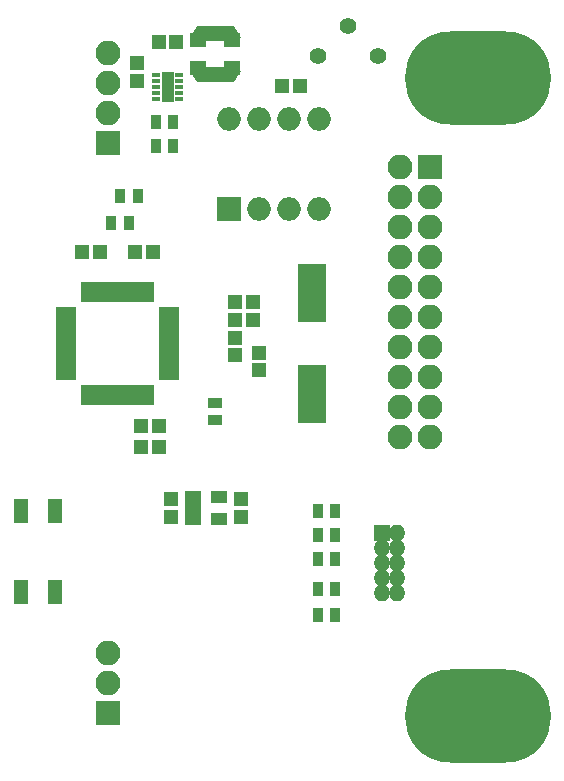
<source format=gts>
G04 #@! TF.FileFunction,Soldermask,Top*
%FSLAX46Y46*%
G04 Gerber Fmt 4.6, Leading zero omitted, Abs format (unit mm)*
G04 Created by KiCad (PCBNEW 4.0.7) date Saturday, May 19, 2018 'PMt' 08:52:02 PM*
%MOMM*%
%LPD*%
G01*
G04 APERTURE LIST*
%ADD10C,0.100000*%
%ADD11O,12.400000X7.900000*%
%ADD12R,1.700000X0.650000*%
%ADD13R,0.650000X1.700000*%
%ADD14R,2.100000X2.100000*%
%ADD15O,2.100000X2.100000*%
%ADD16R,1.150000X1.200000*%
%ADD17R,1.200000X1.150000*%
%ADD18R,1.300000X0.900000*%
%ADD19R,0.900000X1.300000*%
%ADD20R,1.460000X1.050000*%
%ADD21R,2.400000X4.900000*%
%ADD22R,1.300000X2.100000*%
%ADD23C,1.400000*%
%ADD24R,1.400000X1.290000*%
%ADD25R,2.400000X0.730000*%
%ADD26R,0.640000X0.390000*%
%ADD27R,0.980000X2.540000*%
%ADD28C,0.480000*%
%ADD29R,1.400000X1.400000*%
%ADD30O,1.400000X1.400000*%
%ADD31R,2.000000X2.000000*%
%ADD32O,2.000000X2.000000*%
G04 APERTURE END LIST*
D10*
D11*
X265000000Y-114500000D03*
D12*
X238850000Y-85750000D03*
X238850000Y-85250000D03*
X238850000Y-84750000D03*
X238850000Y-84250000D03*
X238850000Y-83750000D03*
X238850000Y-83250000D03*
X238850000Y-82750000D03*
X238850000Y-82250000D03*
X238850000Y-81750000D03*
X238850000Y-81250000D03*
X238850000Y-80750000D03*
X238850000Y-80250000D03*
D13*
X237250000Y-78650000D03*
X236750000Y-78650000D03*
X236250000Y-78650000D03*
X235750000Y-78650000D03*
X235250000Y-78650000D03*
X234750000Y-78650000D03*
X234250000Y-78650000D03*
X233750000Y-78650000D03*
X233250000Y-78650000D03*
X232750000Y-78650000D03*
X232250000Y-78650000D03*
X231750000Y-78650000D03*
D12*
X230150000Y-80250000D03*
X230150000Y-80750000D03*
X230150000Y-81250000D03*
X230150000Y-81750000D03*
X230150000Y-82250000D03*
X230150000Y-82750000D03*
X230150000Y-83250000D03*
X230150000Y-83750000D03*
X230150000Y-84250000D03*
X230150000Y-84750000D03*
X230150000Y-85250000D03*
X230150000Y-85750000D03*
D13*
X231750000Y-87350000D03*
X232250000Y-87350000D03*
X232750000Y-87350000D03*
X233250000Y-87350000D03*
X233750000Y-87350000D03*
X234250000Y-87350000D03*
X234750000Y-87350000D03*
X235250000Y-87350000D03*
X235750000Y-87350000D03*
X236250000Y-87350000D03*
X236750000Y-87350000D03*
X237250000Y-87350000D03*
D14*
X261000000Y-68000000D03*
D15*
X258460000Y-68000000D03*
X261000000Y-70540000D03*
X258460000Y-70540000D03*
X261000000Y-73080000D03*
X258460000Y-73080000D03*
X261000000Y-75620000D03*
X258460000Y-75620000D03*
X261000000Y-78160000D03*
X258460000Y-78160000D03*
X261000000Y-80700000D03*
X258460000Y-80700000D03*
X261000000Y-83240000D03*
X258460000Y-83240000D03*
X261000000Y-85780000D03*
X258460000Y-85780000D03*
X261000000Y-88320000D03*
X258460000Y-88320000D03*
X261000000Y-90860000D03*
X258460000Y-90860000D03*
D16*
X246000000Y-79500000D03*
X246000000Y-81000000D03*
X244500000Y-79500000D03*
X244500000Y-81000000D03*
D17*
X238000000Y-91750000D03*
X236500000Y-91750000D03*
X238000000Y-90000000D03*
X236500000Y-90000000D03*
X237500000Y-75250000D03*
X236000000Y-75250000D03*
X231500000Y-75250000D03*
X233000000Y-75250000D03*
X249950000Y-61200000D03*
X248450000Y-61200000D03*
D16*
X236200000Y-59250000D03*
X236200000Y-60750000D03*
D17*
X238000000Y-57450000D03*
X239500000Y-57450000D03*
D16*
X239000000Y-97650000D03*
X239000000Y-96150000D03*
X245000000Y-97650000D03*
X245000000Y-96150000D03*
X246500000Y-83750000D03*
X246500000Y-85250000D03*
X244500000Y-82500000D03*
X244500000Y-84000000D03*
D18*
X242750000Y-88000000D03*
X242750000Y-89500000D03*
D19*
X235500000Y-72750000D03*
X234000000Y-72750000D03*
X251450000Y-101200000D03*
X252950000Y-101200000D03*
X236250000Y-70500000D03*
X234750000Y-70500000D03*
X252950000Y-97200000D03*
X251450000Y-97200000D03*
X251450000Y-99200000D03*
X252950000Y-99200000D03*
X251450000Y-106000000D03*
X252950000Y-106000000D03*
X251450000Y-103800000D03*
X252950000Y-103800000D03*
X239250000Y-66250000D03*
X237750000Y-66250000D03*
X237750000Y-64250000D03*
X239250000Y-64250000D03*
D20*
X240900000Y-95950000D03*
X240900000Y-96900000D03*
X240900000Y-97850000D03*
X243100000Y-97850000D03*
X243100000Y-95950000D03*
D21*
X251000000Y-87250000D03*
X251000000Y-78750000D03*
D22*
X229250000Y-97200000D03*
X226350000Y-97200000D03*
D14*
X233680000Y-114300000D03*
D15*
X233680000Y-111760000D03*
X233680000Y-109220000D03*
D22*
X229250000Y-104000000D03*
X226350000Y-104000000D03*
D23*
X254000000Y-56134000D03*
X251460000Y-58674000D03*
X256540000Y-58674000D03*
D10*
G36*
X244945000Y-57090000D02*
X240655000Y-57090000D01*
X241205000Y-56130000D01*
X244395000Y-56130000D01*
X244945000Y-57090000D01*
X244945000Y-57090000D01*
G37*
D24*
X241350000Y-57330000D03*
X244240000Y-57330000D03*
X244240000Y-59670000D03*
D10*
G36*
X240655000Y-59910000D02*
X244945000Y-59910000D01*
X244395000Y-60870000D01*
X241205000Y-60870000D01*
X240655000Y-59910000D01*
X240655000Y-59910000D01*
G37*
D24*
X241360000Y-59670000D03*
D25*
X242780000Y-57050000D03*
X242800000Y-59950000D03*
D26*
X237800000Y-60250000D03*
X237800000Y-60750000D03*
X237800000Y-61250000D03*
X237800000Y-61750000D03*
X237800000Y-62250000D03*
X239700000Y-62250000D03*
X239700000Y-61750000D03*
X239700000Y-61250000D03*
X239700000Y-60750000D03*
X239700000Y-60250000D03*
D27*
X238750000Y-61250000D03*
D28*
X238750000Y-61250000D03*
X238750000Y-62200000D03*
X238750000Y-60300000D03*
D29*
X256930000Y-99060000D03*
D30*
X258200000Y-99060000D03*
X256930000Y-100330000D03*
X258200000Y-100330000D03*
X256930000Y-101600000D03*
X258200000Y-101600000D03*
X256930000Y-102870000D03*
X258200000Y-102870000D03*
X256930000Y-104140000D03*
X258200000Y-104140000D03*
D14*
X233680000Y-66040000D03*
D15*
X233680000Y-63500000D03*
X233680000Y-60960000D03*
X233680000Y-58420000D03*
D31*
X243920000Y-71620000D03*
D32*
X251540000Y-64000000D03*
X246460000Y-71620000D03*
X249000000Y-64000000D03*
X249000000Y-71620000D03*
X246460000Y-64000000D03*
X251540000Y-71620000D03*
X243920000Y-64000000D03*
D11*
X265000000Y-60500000D03*
M02*

</source>
